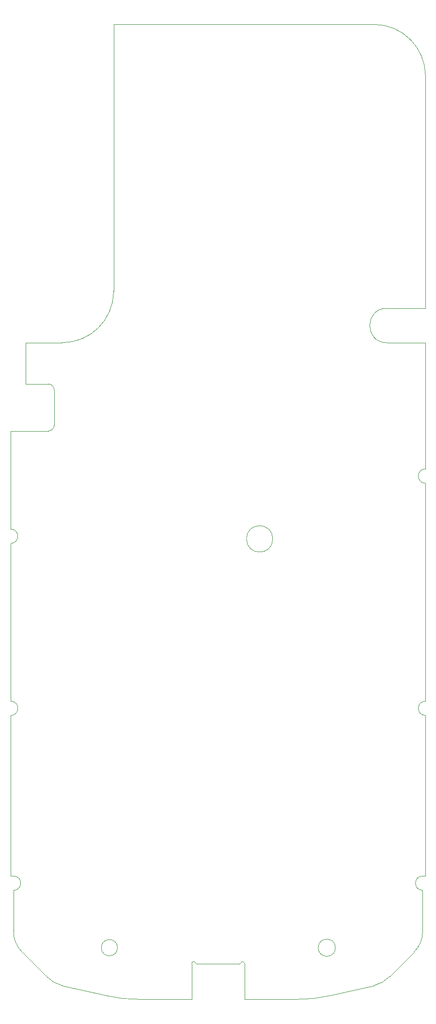
<source format=gm1>
G04 #@! TF.GenerationSoftware,KiCad,Pcbnew,7.0.1*
G04 #@! TF.CreationDate,2023-03-17T22:44:53-07:00*
G04 #@! TF.ProjectId,TI-83x,54492d38-3378-42e6-9b69-6361645f7063,A*
G04 #@! TF.SameCoordinates,Original*
G04 #@! TF.FileFunction,Profile,NP*
%FSLAX46Y46*%
G04 Gerber Fmt 4.6, Leading zero omitted, Abs format (unit mm)*
G04 Created by KiCad (PCBNEW 7.0.1) date 2023-03-17 22:44:53*
%MOMM*%
%LPD*%
G01*
G04 APERTURE LIST*
G04 #@! TA.AperFunction,Profile*
%ADD10C,0.100000*%
G04 #@! TD*
G04 #@! TA.AperFunction,Profile*
%ADD11C,0.010000*%
G04 #@! TD*
G04 APERTURE END LIST*
D10*
X98255519Y-195996798D02*
X102500000Y-191750000D01*
X104500000Y-148000000D02*
G75*
G03*
X104500000Y-150500000I0J-1250000D01*
G01*
X48650002Y-199349991D02*
G75*
G03*
X54450000Y-200000000I5516598J23022791D01*
G01*
X32000000Y-100903554D02*
X32000000Y-118000000D01*
X38249998Y-196000002D02*
G75*
G03*
X41000000Y-197594189I3974102J3686402D01*
G01*
X104500000Y-148000000D02*
X104500000Y-110000000D01*
X32500000Y-181000000D02*
X32500000Y-188000000D01*
X95505512Y-197590958D02*
G75*
G03*
X98255519Y-195996798I-1224212J5280858D01*
G01*
X87850000Y-199350000D02*
X95505519Y-197590988D01*
X32000000Y-120500000D02*
G75*
G03*
X32000000Y-118000000I0J1250000D01*
G01*
X32500000Y-181000000D02*
G75*
G03*
X32500000Y-178500000I0J1250000D01*
G01*
X104500000Y-85500000D02*
X97750000Y-85500000D01*
X41000000Y-85500000D02*
G75*
G03*
X50000000Y-76500000I0J9000000D01*
G01*
X104500000Y-39000000D02*
G75*
G03*
X95500000Y-30000000I-9000000J0D01*
G01*
X50664214Y-191000000D02*
G75*
G03*
X50664214Y-191000000I-1414214J0D01*
G01*
X32000000Y-150500000D02*
G75*
G03*
X32000000Y-148000000I0J1250000D01*
G01*
X104000000Y-178500000D02*
X104500000Y-178500000D01*
X38600000Y-100896447D02*
X32000000Y-100903554D01*
X102499979Y-191749978D02*
G75*
G03*
X104000000Y-188000000I-3455379J3557178D01*
G01*
X77807500Y-119710000D02*
G75*
G03*
X77807500Y-119710000I-2300000J0D01*
G01*
X82050000Y-200000000D02*
X74610000Y-200000000D01*
X32499970Y-187999999D02*
G75*
G03*
X34000000Y-191750000I4955430J-192801D01*
G01*
X34000000Y-191750000D02*
X38250000Y-196000000D01*
X104500000Y-178500000D02*
X104500000Y-150500000D01*
X32000000Y-150500000D02*
X32000000Y-178500000D01*
X39600000Y-93700000D02*
X39600000Y-99892893D01*
X82050000Y-199999992D02*
G75*
G03*
X87850000Y-199349999I283400J23673392D01*
G01*
X104500000Y-79500000D02*
X104500000Y-39000000D01*
X38600000Y-100892900D02*
G75*
G03*
X39600000Y-99892893I0J1000000D01*
G01*
X95500000Y-30000000D02*
X50000000Y-30000000D01*
X54450000Y-200000000D02*
X61730000Y-200000000D01*
X104000000Y-178500000D02*
G75*
G03*
X104000000Y-181000000I0J-1250000D01*
G01*
X97750000Y-79500000D02*
X104500000Y-79500000D01*
X39600000Y-93700000D02*
G75*
G03*
X38600000Y-92700000I-1000000J0D01*
G01*
X32000000Y-120500000D02*
X32000000Y-148000000D01*
X88750000Y-191000000D02*
G75*
G03*
X88750000Y-191000000I-1500000J0D01*
G01*
X34600000Y-85500000D02*
X41000000Y-85500000D01*
X32000000Y-178500000D02*
X32500000Y-178500000D01*
X34600000Y-92700000D02*
X34600000Y-85500000D01*
X38600000Y-92700000D02*
X34600000Y-92700000D01*
X104000000Y-188000000D02*
X104000000Y-181000000D01*
X104500000Y-107500000D02*
X104500000Y-85500000D01*
X41000000Y-197594190D02*
X48650000Y-199350000D01*
X104500000Y-107500000D02*
G75*
G03*
X104500000Y-110000000I0J-1250000D01*
G01*
X50000000Y-30000000D02*
X50000000Y-76500000D01*
X97750000Y-79500000D02*
G75*
G03*
X97750000Y-85500000I0J-3000000D01*
G01*
D11*
X72870000Y-193800000D02*
G75*
G03*
X72545000Y-193400000I-362500J37500D01*
G01*
X72545000Y-193400001D02*
G75*
G03*
X72220001Y-193680000I-22500J-302499D01*
G01*
X72070000Y-193799999D02*
G75*
G03*
X72219999Y-193680000I15000J134999D01*
G01*
X64280001Y-193680000D02*
G75*
G03*
X64430000Y-193799999I134999J15000D01*
G01*
X64279999Y-193680000D02*
G75*
G03*
X63955000Y-193400001I-302498J-22499D01*
G01*
X63955000Y-193400000D02*
G75*
G03*
X63630001Y-193800000I37499J-362499D01*
G01*
X72870000Y-200000000D02*
X74610000Y-200000000D01*
X72870000Y-193800000D02*
X72870000Y-200000000D01*
X64430000Y-193800000D02*
X72070000Y-193800000D01*
X63630000Y-200000000D02*
X63630000Y-193800000D01*
X61730000Y-200000000D02*
X63630000Y-200000000D01*
M02*

</source>
